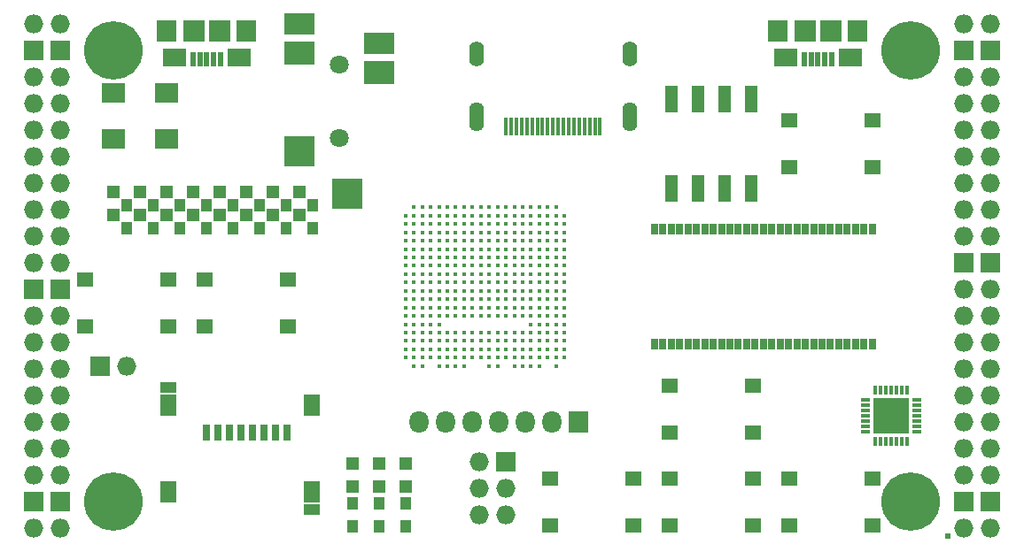
<source format=gts>
G04 #@! TF.FileFunction,Soldermask,Top*
%FSLAX46Y46*%
G04 Gerber Fmt 4.6, Leading zero omitted, Abs format (unit mm)*
G04 Created by KiCad (PCBNEW 4.0.7+dfsg1-1) date Tue Jan  9 13:07:24 2018*
%MOMM*%
%LPD*%
G01*
G04 APERTURE LIST*
%ADD10C,0.100000*%
%ADD11O,1.827200X1.827200*%
%ADD12R,1.827200X1.827200*%
%ADD13R,0.600000X0.600000*%
%ADD14C,5.600000*%
%ADD15R,1.000000X1.300000*%
%ADD16R,2.200000X1.700000*%
%ADD17R,2.000000X2.000000*%
%ADD18R,0.500000X1.450000*%
%ADD19R,1.900000X2.000000*%
%ADD20O,0.950000X0.400000*%
%ADD21O,0.400000X0.950000*%
%ADD22R,1.775000X1.775000*%
%ADD23R,1.827200X2.132000*%
%ADD24O,1.827200X2.132000*%
%ADD25R,1.650000X1.400000*%
%ADD26R,1.220000X2.540000*%
%ADD27C,0.430000*%
%ADD28R,1.300000X1.300000*%
%ADD29R,2.900000X2.100000*%
%ADD30R,2.900000X2.300000*%
%ADD31R,2.900000X2.900000*%
%ADD32C,1.800000*%
%ADD33O,1.400000X2.800000*%
%ADD34O,1.400000X2.400000*%
%ADD35R,0.350000X1.700000*%
%ADD36R,0.800000X1.600000*%
%ADD37R,1.550000X1.000000*%
%ADD38R,1.550000X2.100000*%
%ADD39R,2.300000X1.900000*%
%ADD40R,0.660000X1.000000*%
G04 APERTURE END LIST*
D10*
D11*
X97910000Y-62690000D03*
X95370000Y-62690000D03*
D12*
X97910000Y-65230000D03*
X95370000Y-65230000D03*
D11*
X97910000Y-67770000D03*
X95370000Y-67770000D03*
X97910000Y-70310000D03*
X95370000Y-70310000D03*
X97910000Y-72850000D03*
X95370000Y-72850000D03*
X97910000Y-75390000D03*
X95370000Y-75390000D03*
X97910000Y-77930000D03*
X95370000Y-77930000D03*
X97910000Y-80470000D03*
X95370000Y-80470000D03*
X97910000Y-83010000D03*
X95370000Y-83010000D03*
X97910000Y-85550000D03*
X95370000Y-85550000D03*
D12*
X97910000Y-88090000D03*
X95370000Y-88090000D03*
D11*
X97910000Y-90630000D03*
X95370000Y-90630000D03*
X97910000Y-93170000D03*
X95370000Y-93170000D03*
X97910000Y-95710000D03*
X95370000Y-95710000D03*
X97910000Y-98250000D03*
X95370000Y-98250000D03*
X97910000Y-100790000D03*
X95370000Y-100790000D03*
X97910000Y-103330000D03*
X95370000Y-103330000D03*
X97910000Y-105870000D03*
X95370000Y-105870000D03*
D12*
X97910000Y-108410000D03*
X95370000Y-108410000D03*
D11*
X97910000Y-110950000D03*
X95370000Y-110950000D03*
D13*
X182675150Y-111637626D03*
D11*
X184270000Y-110950000D03*
X186810000Y-110950000D03*
D12*
X184270000Y-108410000D03*
X186810000Y-108410000D03*
D11*
X184270000Y-105870000D03*
X186810000Y-105870000D03*
X184270000Y-103330000D03*
X186810000Y-103330000D03*
X184270000Y-100790000D03*
X186810000Y-100790000D03*
X184270000Y-98250000D03*
X186810000Y-98250000D03*
X184270000Y-95710000D03*
X186810000Y-95710000D03*
X184270000Y-93170000D03*
X186810000Y-93170000D03*
X184270000Y-90630000D03*
X186810000Y-90630000D03*
X184270000Y-88090000D03*
X186810000Y-88090000D03*
D12*
X184270000Y-85550000D03*
X186810000Y-85550000D03*
D11*
X184270000Y-83010000D03*
X186810000Y-83010000D03*
X184270000Y-80470000D03*
X186810000Y-80470000D03*
X184270000Y-77930000D03*
X186810000Y-77930000D03*
X184270000Y-75390000D03*
X186810000Y-75390000D03*
X184270000Y-72850000D03*
X186810000Y-72850000D03*
X184270000Y-70310000D03*
X186810000Y-70310000D03*
X184270000Y-67770000D03*
X186810000Y-67770000D03*
D12*
X184270000Y-65230000D03*
X186810000Y-65230000D03*
D11*
X184270000Y-62690000D03*
X186810000Y-62690000D03*
D14*
X102990000Y-108410000D03*
X179190000Y-108410000D03*
X179190000Y-65230000D03*
X102990000Y-65230000D03*
D12*
X101720000Y-95456000D03*
D11*
X104260000Y-95456000D03*
D15*
X128390000Y-108580000D03*
X128390000Y-110780000D03*
X130930000Y-110780000D03*
X130930000Y-108580000D03*
D16*
X114980000Y-65875000D03*
X108780000Y-65875000D03*
D17*
X113080000Y-63325000D03*
X110680000Y-63325000D03*
D18*
X113180000Y-66000000D03*
X112530000Y-66000000D03*
X111880000Y-66000000D03*
X111230000Y-66000000D03*
X110580000Y-66000000D03*
D19*
X115680000Y-63325000D03*
X108080000Y-63325000D03*
D16*
X173400000Y-65875000D03*
X167200000Y-65875000D03*
D17*
X171500000Y-63325000D03*
X169100000Y-63325000D03*
D18*
X171600000Y-66000000D03*
X170950000Y-66000000D03*
X170300000Y-66000000D03*
X169650000Y-66000000D03*
X169000000Y-66000000D03*
D19*
X174100000Y-63325000D03*
X166500000Y-63325000D03*
D12*
X140455000Y-104600000D03*
D11*
X137915000Y-104600000D03*
X140455000Y-107140000D03*
X137915000Y-107140000D03*
X140455000Y-109680000D03*
X137915000Y-109680000D03*
D15*
X122040000Y-82205000D03*
X122040000Y-80005000D03*
X119500000Y-82205000D03*
X119500000Y-80005000D03*
X116960000Y-82205000D03*
X116960000Y-80005000D03*
X114420000Y-82205000D03*
X114420000Y-80005000D03*
X111880000Y-82205000D03*
X111880000Y-80005000D03*
X109340000Y-82205000D03*
X109340000Y-80005000D03*
X106800000Y-82205000D03*
X106800000Y-80005000D03*
X104260000Y-82205000D03*
X104260000Y-80005000D03*
D20*
X179735000Y-101655000D03*
X179735000Y-101155000D03*
X179735000Y-100655000D03*
X179735000Y-100155000D03*
X179735000Y-99655000D03*
X179735000Y-99155000D03*
X179735000Y-98655000D03*
D21*
X178785000Y-97705000D03*
X178285000Y-97705000D03*
X177785000Y-97705000D03*
X177285000Y-97705000D03*
X176785000Y-97705000D03*
X176285000Y-97705000D03*
X175785000Y-97705000D03*
D20*
X174835000Y-98655000D03*
X174835000Y-99155000D03*
X174835000Y-99655000D03*
X174835000Y-100155000D03*
X174835000Y-100655000D03*
X174835000Y-101155000D03*
X174835000Y-101655000D03*
D21*
X175785000Y-102605000D03*
X176285000Y-102605000D03*
X176785000Y-102605000D03*
X177285000Y-102605000D03*
X177785000Y-102605000D03*
X178285000Y-102605000D03*
X178785000Y-102605000D03*
D22*
X176447500Y-99317500D03*
X176447500Y-100992500D03*
X178122500Y-99317500D03*
X178122500Y-100992500D03*
D23*
X147440000Y-100790000D03*
D24*
X144900000Y-100790000D03*
X142360000Y-100790000D03*
X139820000Y-100790000D03*
X137280000Y-100790000D03*
X134740000Y-100790000D03*
X132200000Y-100790000D03*
D25*
X175550000Y-71870000D03*
X175550000Y-76370000D03*
X167590000Y-76370000D03*
X167590000Y-71870000D03*
X100280000Y-91610000D03*
X100280000Y-87110000D03*
X108240000Y-87110000D03*
X108240000Y-91610000D03*
X111710000Y-91610000D03*
X111710000Y-87110000D03*
X119670000Y-87110000D03*
X119670000Y-91610000D03*
X156160000Y-101770000D03*
X156160000Y-97270000D03*
X164120000Y-97270000D03*
X164120000Y-101770000D03*
X164120000Y-106160000D03*
X164120000Y-110660000D03*
X156160000Y-110660000D03*
X156160000Y-106160000D03*
X152690000Y-106160000D03*
X152690000Y-110660000D03*
X144730000Y-110660000D03*
X144730000Y-106160000D03*
X175550000Y-106160000D03*
X175550000Y-110660000D03*
X167590000Y-110660000D03*
X167590000Y-106160000D03*
D26*
X156330000Y-78425000D03*
X163950000Y-69815000D03*
X158870000Y-78425000D03*
X161410000Y-69815000D03*
X161410000Y-78425000D03*
X158870000Y-69815000D03*
X163950000Y-78425000D03*
X156330000Y-69815000D03*
D27*
X131680000Y-80200000D03*
X132480000Y-80200000D03*
X133280000Y-80200000D03*
X134080000Y-80200000D03*
X134880000Y-80200000D03*
X135680000Y-80200000D03*
X136480000Y-80200000D03*
X137280000Y-80200000D03*
X138080000Y-80200000D03*
X138880000Y-80200000D03*
X139680000Y-80200000D03*
X140480000Y-80200000D03*
X141280000Y-80200000D03*
X142080000Y-80200000D03*
X142880000Y-80200000D03*
X143680000Y-80200000D03*
X144480000Y-80200000D03*
X145280000Y-80200000D03*
X130880000Y-81000000D03*
X131680000Y-81000000D03*
X132480000Y-81000000D03*
X133280000Y-81000000D03*
X134080000Y-81000000D03*
X134880000Y-81000000D03*
X135680000Y-81000000D03*
X136480000Y-81000000D03*
X137280000Y-81000000D03*
X138080000Y-81000000D03*
X138880000Y-81000000D03*
X139680000Y-81000000D03*
X140480000Y-81000000D03*
X141280000Y-81000000D03*
X142080000Y-81000000D03*
X142880000Y-81000000D03*
X143680000Y-81000000D03*
X144480000Y-81000000D03*
X145280000Y-81000000D03*
X146080000Y-81000000D03*
X130880000Y-81800000D03*
X131680000Y-81800000D03*
X132480000Y-81800000D03*
X133280000Y-81800000D03*
X134080000Y-81800000D03*
X134880000Y-81800000D03*
X135680000Y-81800000D03*
X136480000Y-81800000D03*
X137280000Y-81800000D03*
X138080000Y-81800000D03*
X138880000Y-81800000D03*
X139680000Y-81800000D03*
X140480000Y-81800000D03*
X141280000Y-81800000D03*
X142080000Y-81800000D03*
X142880000Y-81800000D03*
X143680000Y-81800000D03*
X144480000Y-81800000D03*
X145280000Y-81800000D03*
X146080000Y-81800000D03*
X130880000Y-82600000D03*
X131680000Y-82600000D03*
X132480000Y-82600000D03*
X133280000Y-82600000D03*
X134080000Y-82600000D03*
X134880000Y-82600000D03*
X135680000Y-82600000D03*
X136480000Y-82600000D03*
X137280000Y-82600000D03*
X138080000Y-82600000D03*
X138880000Y-82600000D03*
X139680000Y-82600000D03*
X140480000Y-82600000D03*
X141280000Y-82600000D03*
X142080000Y-82600000D03*
X142880000Y-82600000D03*
X143680000Y-82600000D03*
X144480000Y-82600000D03*
X145280000Y-82600000D03*
X146080000Y-82600000D03*
X130880000Y-83400000D03*
X131680000Y-83400000D03*
X132480000Y-83400000D03*
X133280000Y-83400000D03*
X134080000Y-83400000D03*
X134880000Y-83400000D03*
X135680000Y-83400000D03*
X136480000Y-83400000D03*
X137280000Y-83400000D03*
X138080000Y-83400000D03*
X138880000Y-83400000D03*
X139680000Y-83400000D03*
X140480000Y-83400000D03*
X141280000Y-83400000D03*
X142080000Y-83400000D03*
X142880000Y-83400000D03*
X143680000Y-83400000D03*
X144480000Y-83400000D03*
X145280000Y-83400000D03*
X146080000Y-83400000D03*
X130880000Y-84200000D03*
X131680000Y-84200000D03*
X132480000Y-84200000D03*
X133280000Y-84200000D03*
X134080000Y-84200000D03*
X134880000Y-84200000D03*
X135680000Y-84200000D03*
X136480000Y-84200000D03*
X137280000Y-84200000D03*
X138080000Y-84200000D03*
X138880000Y-84200000D03*
X139680000Y-84200000D03*
X140480000Y-84200000D03*
X141280000Y-84200000D03*
X142080000Y-84200000D03*
X142880000Y-84200000D03*
X143680000Y-84200000D03*
X144480000Y-84200000D03*
X145280000Y-84200000D03*
X146080000Y-84200000D03*
X130880000Y-85000000D03*
X131680000Y-85000000D03*
X132480000Y-85000000D03*
X133280000Y-85000000D03*
X134080000Y-85000000D03*
X134880000Y-85000000D03*
X135680000Y-85000000D03*
X136480000Y-85000000D03*
X137280000Y-85000000D03*
X138080000Y-85000000D03*
X138880000Y-85000000D03*
X139680000Y-85000000D03*
X140480000Y-85000000D03*
X141280000Y-85000000D03*
X142080000Y-85000000D03*
X142880000Y-85000000D03*
X143680000Y-85000000D03*
X144480000Y-85000000D03*
X145280000Y-85000000D03*
X146080000Y-85000000D03*
X130880000Y-85800000D03*
X131680000Y-85800000D03*
X132480000Y-85800000D03*
X133280000Y-85800000D03*
X134080000Y-85800000D03*
X134880000Y-85800000D03*
X135680000Y-85800000D03*
X136480000Y-85800000D03*
X137280000Y-85800000D03*
X138080000Y-85800000D03*
X138880000Y-85800000D03*
X139680000Y-85800000D03*
X140480000Y-85800000D03*
X141280000Y-85800000D03*
X142080000Y-85800000D03*
X142880000Y-85800000D03*
X143680000Y-85800000D03*
X144480000Y-85800000D03*
X145280000Y-85800000D03*
X146080000Y-85800000D03*
X130880000Y-86600000D03*
X131680000Y-86600000D03*
X132480000Y-86600000D03*
X133280000Y-86600000D03*
X134080000Y-86600000D03*
X134880000Y-86600000D03*
X135680000Y-86600000D03*
X136480000Y-86600000D03*
X137280000Y-86600000D03*
X138080000Y-86600000D03*
X138880000Y-86600000D03*
X139680000Y-86600000D03*
X140480000Y-86600000D03*
X141280000Y-86600000D03*
X142080000Y-86600000D03*
X142880000Y-86600000D03*
X143680000Y-86600000D03*
X144480000Y-86600000D03*
X145280000Y-86600000D03*
X146080000Y-86600000D03*
X130880000Y-87400000D03*
X131680000Y-87400000D03*
X132480000Y-87400000D03*
X133280000Y-87400000D03*
X134080000Y-87400000D03*
X134880000Y-87400000D03*
X135680000Y-87400000D03*
X136480000Y-87400000D03*
X137280000Y-87400000D03*
X138080000Y-87400000D03*
X138880000Y-87400000D03*
X139680000Y-87400000D03*
X140480000Y-87400000D03*
X141280000Y-87400000D03*
X142080000Y-87400000D03*
X142880000Y-87400000D03*
X143680000Y-87400000D03*
X144480000Y-87400000D03*
X145280000Y-87400000D03*
X146080000Y-87400000D03*
X130880000Y-88200000D03*
X131680000Y-88200000D03*
X132480000Y-88200000D03*
X133280000Y-88200000D03*
X134080000Y-88200000D03*
X134880000Y-88200000D03*
X135680000Y-88200000D03*
X136480000Y-88200000D03*
X137280000Y-88200000D03*
X138080000Y-88200000D03*
X138880000Y-88200000D03*
X139680000Y-88200000D03*
X140480000Y-88200000D03*
X141280000Y-88200000D03*
X142080000Y-88200000D03*
X142880000Y-88200000D03*
X143680000Y-88200000D03*
X144480000Y-88200000D03*
X145280000Y-88200000D03*
X146080000Y-88200000D03*
X130880000Y-89000000D03*
X131680000Y-89000000D03*
X132480000Y-89000000D03*
X133280000Y-89000000D03*
X134080000Y-89000000D03*
X134880000Y-89000000D03*
X135680000Y-89000000D03*
X136480000Y-89000000D03*
X137280000Y-89000000D03*
X138080000Y-89000000D03*
X138880000Y-89000000D03*
X139680000Y-89000000D03*
X140480000Y-89000000D03*
X141280000Y-89000000D03*
X142080000Y-89000000D03*
X142880000Y-89000000D03*
X143680000Y-89000000D03*
X144480000Y-89000000D03*
X145280000Y-89000000D03*
X146080000Y-89000000D03*
X130880000Y-89800000D03*
X131680000Y-89800000D03*
X132480000Y-89800000D03*
X133280000Y-89800000D03*
X134080000Y-89800000D03*
X134880000Y-89800000D03*
X135680000Y-89800000D03*
X136480000Y-89800000D03*
X137280000Y-89800000D03*
X138080000Y-89800000D03*
X138880000Y-89800000D03*
X139680000Y-89800000D03*
X140480000Y-89800000D03*
X141280000Y-89800000D03*
X142080000Y-89800000D03*
X142880000Y-89800000D03*
X143680000Y-89800000D03*
X144480000Y-89800000D03*
X145280000Y-89800000D03*
X146080000Y-89800000D03*
X130880000Y-90600000D03*
X131680000Y-90600000D03*
X132480000Y-90600000D03*
X133280000Y-90600000D03*
X134080000Y-90600000D03*
X134880000Y-90600000D03*
X135680000Y-90600000D03*
X136480000Y-90600000D03*
X137280000Y-90600000D03*
X138080000Y-90600000D03*
X138880000Y-90600000D03*
X139680000Y-90600000D03*
X140480000Y-90600000D03*
X141280000Y-90600000D03*
X142080000Y-90600000D03*
X142880000Y-90600000D03*
X143680000Y-90600000D03*
X144480000Y-90600000D03*
X145280000Y-90600000D03*
X146080000Y-90600000D03*
X130880000Y-91400000D03*
X131680000Y-91400000D03*
X132480000Y-91400000D03*
X133280000Y-91400000D03*
X134080000Y-91400000D03*
X142880000Y-91400000D03*
X143680000Y-91400000D03*
X144480000Y-91400000D03*
X145280000Y-91400000D03*
X146080000Y-91400000D03*
X130880000Y-92200000D03*
X131680000Y-92200000D03*
X132480000Y-92200000D03*
X133280000Y-92200000D03*
X134080000Y-92200000D03*
X134880000Y-92200000D03*
X135680000Y-92200000D03*
X136480000Y-92200000D03*
X137280000Y-92200000D03*
X138080000Y-92200000D03*
X138880000Y-92200000D03*
X139680000Y-92200000D03*
X140480000Y-92200000D03*
X141280000Y-92200000D03*
X142080000Y-92200000D03*
X142880000Y-92200000D03*
X143680000Y-92200000D03*
X144480000Y-92200000D03*
X145280000Y-92200000D03*
X146080000Y-92200000D03*
X130880000Y-93000000D03*
X131680000Y-93000000D03*
X132480000Y-93000000D03*
X133280000Y-93000000D03*
X134080000Y-93000000D03*
X134880000Y-93000000D03*
X135680000Y-93000000D03*
X136480000Y-93000000D03*
X137280000Y-93000000D03*
X138080000Y-93000000D03*
X138880000Y-93000000D03*
X139680000Y-93000000D03*
X140480000Y-93000000D03*
X141280000Y-93000000D03*
X142080000Y-93000000D03*
X142880000Y-93000000D03*
X143680000Y-93000000D03*
X144480000Y-93000000D03*
X145280000Y-93000000D03*
X146080000Y-93000000D03*
X130880000Y-93800000D03*
X131680000Y-93800000D03*
X132480000Y-93800000D03*
X133280000Y-93800000D03*
X134080000Y-93800000D03*
X134880000Y-93800000D03*
X135680000Y-93800000D03*
X136480000Y-93800000D03*
X137280000Y-93800000D03*
X138080000Y-93800000D03*
X138880000Y-93800000D03*
X139680000Y-93800000D03*
X140480000Y-93800000D03*
X141280000Y-93800000D03*
X142080000Y-93800000D03*
X142880000Y-93800000D03*
X143680000Y-93800000D03*
X144480000Y-93800000D03*
X145280000Y-93800000D03*
X146080000Y-93800000D03*
X130880000Y-94600000D03*
X131680000Y-94600000D03*
X132480000Y-94600000D03*
X133280000Y-94600000D03*
X134080000Y-94600000D03*
X134880000Y-94600000D03*
X135680000Y-94600000D03*
X136480000Y-94600000D03*
X137280000Y-94600000D03*
X138080000Y-94600000D03*
X138880000Y-94600000D03*
X139680000Y-94600000D03*
X140480000Y-94600000D03*
X141280000Y-94600000D03*
X142080000Y-94600000D03*
X142880000Y-94600000D03*
X143680000Y-94600000D03*
X144480000Y-94600000D03*
X145280000Y-94600000D03*
X146080000Y-94600000D03*
X131680000Y-95400000D03*
X132480000Y-95400000D03*
X134080000Y-95400000D03*
X134880000Y-95400000D03*
X135680000Y-95400000D03*
X136480000Y-95400000D03*
X138880000Y-95400000D03*
X139680000Y-95400000D03*
X141280000Y-95400000D03*
X142080000Y-95400000D03*
X142880000Y-95400000D03*
X143680000Y-95400000D03*
X145280000Y-95400000D03*
D28*
X125850000Y-104770000D03*
X125850000Y-106970000D03*
D15*
X125850000Y-108580000D03*
X125850000Y-110780000D03*
D28*
X128390000Y-104770000D03*
X128390000Y-106970000D03*
X120770000Y-80935000D03*
X120770000Y-78735000D03*
X118230000Y-80935000D03*
X118230000Y-78735000D03*
X115690000Y-80935000D03*
X115690000Y-78735000D03*
X113150000Y-80935000D03*
X113150000Y-78735000D03*
X110610000Y-80935000D03*
X110610000Y-78735000D03*
X108070000Y-80935000D03*
X108070000Y-78735000D03*
X105530000Y-80935000D03*
X105530000Y-78735000D03*
X102990000Y-80935000D03*
X102990000Y-78735000D03*
X130930000Y-104770000D03*
X130930000Y-106970000D03*
D29*
X120780000Y-62648000D03*
D30*
X120780000Y-65448000D03*
D31*
X120780000Y-74848000D03*
X125330000Y-78948000D03*
D30*
X128380000Y-67348000D03*
D29*
X128380000Y-64548000D03*
D32*
X124580000Y-66548000D03*
X124580000Y-73548000D03*
D33*
X152280000Y-71550000D03*
X137680000Y-71550000D03*
D34*
X137680000Y-65500000D03*
D35*
X140480000Y-72500000D03*
X140980000Y-72500000D03*
X141480000Y-72500000D03*
X141980000Y-72500000D03*
X142480000Y-72500000D03*
X142980000Y-72500000D03*
X143480000Y-72500000D03*
X143980000Y-72500000D03*
X144480000Y-72500000D03*
X144980000Y-72500000D03*
X145480000Y-72500000D03*
X145980000Y-72500000D03*
X146480000Y-72500000D03*
X146980000Y-72500000D03*
X147480000Y-72500000D03*
X147980000Y-72500000D03*
X148480000Y-72500000D03*
X148980000Y-72500000D03*
X149480000Y-72500000D03*
D34*
X152280000Y-65500000D03*
D36*
X111850000Y-101750000D03*
X112950000Y-101750000D03*
X114050000Y-101750000D03*
X115150000Y-101750000D03*
X116250000Y-101750000D03*
X117350000Y-101750000D03*
X118450000Y-101750000D03*
X119550000Y-101750000D03*
D37*
X108175000Y-97450000D03*
X121925000Y-109150000D03*
D38*
X121925000Y-99150000D03*
X108175000Y-99150000D03*
X108175000Y-107450000D03*
X121925000Y-107450000D03*
D39*
X108040000Y-69220000D03*
X102960000Y-69220000D03*
X102960000Y-73620000D03*
X108040000Y-73620000D03*
D40*
X175493000Y-82270000D03*
X154693000Y-93330000D03*
X155493000Y-93330000D03*
X156293000Y-93330000D03*
X157093000Y-93330000D03*
X157893000Y-93330000D03*
X158693000Y-93330000D03*
X159493000Y-93330000D03*
X160293000Y-93330000D03*
X161093000Y-93330000D03*
X161893000Y-93330000D03*
X162693000Y-93330000D03*
X163493000Y-93330000D03*
X164293000Y-93330000D03*
X165093000Y-93330000D03*
X165893000Y-93330000D03*
X166693000Y-93330000D03*
X167493000Y-93330000D03*
X168293000Y-93330000D03*
X169093000Y-93330000D03*
X169893000Y-93330000D03*
X170693000Y-93330000D03*
X171493000Y-93330000D03*
X172293000Y-93330000D03*
X173093000Y-93330000D03*
X173893000Y-93330000D03*
X174693000Y-93330000D03*
X175493000Y-93330000D03*
X174693000Y-82270000D03*
X173893000Y-82270000D03*
X173093000Y-82270000D03*
X172293000Y-82270000D03*
X171493000Y-82270000D03*
X170693000Y-82270000D03*
X169893000Y-82270000D03*
X169093000Y-82270000D03*
X168293000Y-82270000D03*
X167493000Y-82270000D03*
X166693000Y-82270000D03*
X165893000Y-82270000D03*
X165093000Y-82270000D03*
X164293000Y-82270000D03*
X163493000Y-82270000D03*
X162693000Y-82270000D03*
X161893000Y-82270000D03*
X161093000Y-82270000D03*
X160293000Y-82270000D03*
X159493000Y-82270000D03*
X158693000Y-82270000D03*
X157893000Y-82270000D03*
X157093000Y-82270000D03*
X156293000Y-82270000D03*
X155493000Y-82270000D03*
X154693000Y-82270000D03*
M02*

</source>
